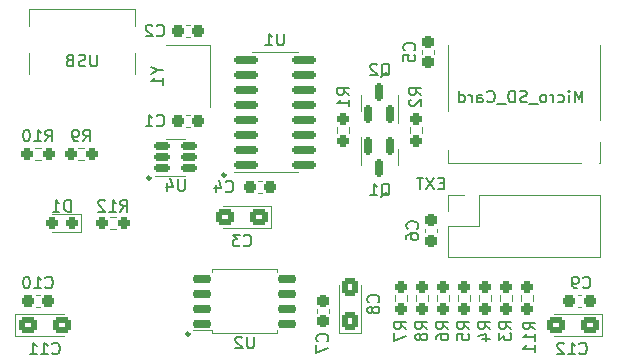
<source format=gbo>
%TF.GenerationSoftware,KiCad,Pcbnew,(6.0.7)*%
%TF.CreationDate,2023-03-31T21:15:27+02:00*%
%TF.ProjectId,airboy_cartridge,61697262-6f79-45f6-9361-727472696467,rev?*%
%TF.SameCoordinates,Original*%
%TF.FileFunction,Legend,Bot*%
%TF.FilePolarity,Positive*%
%FSLAX46Y46*%
G04 Gerber Fmt 4.6, Leading zero omitted, Abs format (unit mm)*
G04 Created by KiCad (PCBNEW (6.0.7)) date 2023-03-31 21:15:27*
%MOMM*%
%LPD*%
G01*
G04 APERTURE LIST*
G04 Aperture macros list*
%AMRoundRect*
0 Rectangle with rounded corners*
0 $1 Rounding radius*
0 $2 $3 $4 $5 $6 $7 $8 $9 X,Y pos of 4 corners*
0 Add a 4 corners polygon primitive as box body*
4,1,4,$2,$3,$4,$5,$6,$7,$8,$9,$2,$3,0*
0 Add four circle primitives for the rounded corners*
1,1,$1+$1,$2,$3*
1,1,$1+$1,$4,$5*
1,1,$1+$1,$6,$7*
1,1,$1+$1,$8,$9*
0 Add four rect primitives between the rounded corners*
20,1,$1+$1,$2,$3,$4,$5,0*
20,1,$1+$1,$4,$5,$6,$7,0*
20,1,$1+$1,$6,$7,$8,$9,0*
20,1,$1+$1,$8,$9,$2,$3,0*%
G04 Aperture macros list end*
%ADD10C,0.275000*%
%ADD11C,0.150000*%
%ADD12C,0.120000*%
%ADD13RoundRect,0.250000X0.425000X-0.537500X0.425000X0.537500X-0.425000X0.537500X-0.425000X-0.537500X0*%
%ADD14C,0.600000*%
%ADD15R,0.600000X1.160000*%
%ADD16R,0.300000X1.160000*%
%ADD17O,0.900000X1.700000*%
%ADD18O,0.900000X2.000000*%
%ADD19RoundRect,0.150000X-0.150000X0.587500X-0.150000X-0.587500X0.150000X-0.587500X0.150000X0.587500X0*%
%ADD20RoundRect,0.237500X0.300000X0.237500X-0.300000X0.237500X-0.300000X-0.237500X0.300000X-0.237500X0*%
%ADD21R,1.300000X1.600000*%
%ADD22RoundRect,0.237500X0.237500X-0.250000X0.237500X0.250000X-0.237500X0.250000X-0.237500X-0.250000X0*%
%ADD23RoundRect,0.237500X-0.250000X-0.237500X0.250000X-0.237500X0.250000X0.237500X-0.250000X0.237500X0*%
%ADD24RoundRect,0.237500X-0.300000X-0.237500X0.300000X-0.237500X0.300000X0.237500X-0.300000X0.237500X0*%
%ADD25RoundRect,0.150000X-0.650000X-0.150000X0.650000X-0.150000X0.650000X0.150000X-0.650000X0.150000X0*%
%ADD26RoundRect,0.250000X0.537500X0.425000X-0.537500X0.425000X-0.537500X-0.425000X0.537500X-0.425000X0*%
%ADD27R,1.700000X1.700000*%
%ADD28O,1.700000X1.700000*%
%ADD29R,0.700000X1.750000*%
%ADD30R,1.450000X1.000000*%
%ADD31R,1.000000X1.550000*%
%ADD32R,0.800000X1.500000*%
%ADD33R,1.300000X1.500000*%
%ADD34R,1.500000X1.500000*%
%ADD35R,0.800000X1.400000*%
%ADD36C,5.400000*%
%ADD37RoundRect,0.150000X-0.512500X-0.150000X0.512500X-0.150000X0.512500X0.150000X-0.512500X0.150000X0*%
%ADD38RoundRect,0.237500X0.237500X-0.300000X0.237500X0.300000X-0.237500X0.300000X-0.237500X-0.300000X0*%
%ADD39RoundRect,0.237500X0.250000X0.237500X-0.250000X0.237500X-0.250000X-0.237500X0.250000X-0.237500X0*%
%ADD40RoundRect,0.150000X-0.825000X-0.150000X0.825000X-0.150000X0.825000X0.150000X-0.825000X0.150000X0*%
%ADD41RoundRect,0.250000X-0.537500X-0.425000X0.537500X-0.425000X0.537500X0.425000X-0.537500X0.425000X0*%
%ADD42RoundRect,0.237500X-0.237500X0.250000X-0.237500X-0.250000X0.237500X-0.250000X0.237500X0.250000X0*%
%ADD43RoundRect,0.150000X0.150000X-0.587500X0.150000X0.587500X-0.150000X0.587500X-0.150000X-0.587500X0*%
%ADD44RoundRect,0.237500X0.287500X0.237500X-0.287500X0.237500X-0.287500X-0.237500X0.287500X-0.237500X0*%
G04 APERTURE END LIST*
D10*
X139583500Y-113030000D02*
G75*
G03*
X139583500Y-113030000I-137500J0D01*
G01*
X142631500Y-99568000D02*
G75*
G03*
X142631500Y-99568000I-137500J0D01*
G01*
X136281500Y-99822000D02*
G75*
G03*
X136281500Y-99822000I-137500J0D01*
G01*
D11*
%TO.C,C8*%
X155551142Y-110323333D02*
X155598761Y-110275714D01*
X155646380Y-110132857D01*
X155646380Y-110037619D01*
X155598761Y-109894761D01*
X155503523Y-109799523D01*
X155408285Y-109751904D01*
X155217809Y-109704285D01*
X155074952Y-109704285D01*
X154884476Y-109751904D01*
X154789238Y-109799523D01*
X154694000Y-109894761D01*
X154646380Y-110037619D01*
X154646380Y-110132857D01*
X154694000Y-110275714D01*
X154741619Y-110323333D01*
X155074952Y-110894761D02*
X155027333Y-110799523D01*
X154979714Y-110751904D01*
X154884476Y-110704285D01*
X154836857Y-110704285D01*
X154741619Y-110751904D01*
X154694000Y-110799523D01*
X154646380Y-110894761D01*
X154646380Y-111085238D01*
X154694000Y-111180476D01*
X154741619Y-111228095D01*
X154836857Y-111275714D01*
X154884476Y-111275714D01*
X154979714Y-111228095D01*
X155027333Y-111180476D01*
X155074952Y-111085238D01*
X155074952Y-110894761D01*
X155122571Y-110799523D01*
X155170190Y-110751904D01*
X155265428Y-110704285D01*
X155455904Y-110704285D01*
X155551142Y-110751904D01*
X155598761Y-110799523D01*
X155646380Y-110894761D01*
X155646380Y-111085238D01*
X155598761Y-111180476D01*
X155551142Y-111228095D01*
X155455904Y-111275714D01*
X155265428Y-111275714D01*
X155170190Y-111228095D01*
X155122571Y-111180476D01*
X155074952Y-111085238D01*
%TO.C,J1*%
X131761904Y-89368380D02*
X131761904Y-90177904D01*
X131714285Y-90273142D01*
X131666666Y-90320761D01*
X131571428Y-90368380D01*
X131380952Y-90368380D01*
X131285714Y-90320761D01*
X131238095Y-90273142D01*
X131190476Y-90177904D01*
X131190476Y-89368380D01*
X130761904Y-90320761D02*
X130619047Y-90368380D01*
X130380952Y-90368380D01*
X130285714Y-90320761D01*
X130238095Y-90273142D01*
X130190476Y-90177904D01*
X130190476Y-90082666D01*
X130238095Y-89987428D01*
X130285714Y-89939809D01*
X130380952Y-89892190D01*
X130571428Y-89844571D01*
X130666666Y-89796952D01*
X130714285Y-89749333D01*
X130761904Y-89654095D01*
X130761904Y-89558857D01*
X130714285Y-89463619D01*
X130666666Y-89416000D01*
X130571428Y-89368380D01*
X130333333Y-89368380D01*
X130190476Y-89416000D01*
X129428571Y-89844571D02*
X129285714Y-89892190D01*
X129238095Y-89939809D01*
X129190476Y-90035047D01*
X129190476Y-90177904D01*
X129238095Y-90273142D01*
X129285714Y-90320761D01*
X129380952Y-90368380D01*
X129761904Y-90368380D01*
X129761904Y-89368380D01*
X129428571Y-89368380D01*
X129333333Y-89416000D01*
X129285714Y-89463619D01*
X129238095Y-89558857D01*
X129238095Y-89654095D01*
X129285714Y-89749333D01*
X129333333Y-89796952D01*
X129428571Y-89844571D01*
X129761904Y-89844571D01*
%TO.C,Q1*%
X155797238Y-101385619D02*
X155892476Y-101338000D01*
X155987714Y-101242761D01*
X156130571Y-101099904D01*
X156225809Y-101052285D01*
X156321047Y-101052285D01*
X156273428Y-101290380D02*
X156368666Y-101242761D01*
X156463904Y-101147523D01*
X156511523Y-100957047D01*
X156511523Y-100623714D01*
X156463904Y-100433238D01*
X156368666Y-100338000D01*
X156273428Y-100290380D01*
X156082952Y-100290380D01*
X155987714Y-100338000D01*
X155892476Y-100433238D01*
X155844857Y-100623714D01*
X155844857Y-100957047D01*
X155892476Y-101147523D01*
X155987714Y-101242761D01*
X156082952Y-101290380D01*
X156273428Y-101290380D01*
X154892476Y-101290380D02*
X155463904Y-101290380D01*
X155178190Y-101290380D02*
X155178190Y-100290380D01*
X155273428Y-100433238D01*
X155368666Y-100528476D01*
X155463904Y-100576095D01*
%TO.C,C2*%
X136818666Y-87733142D02*
X136866285Y-87780761D01*
X137009142Y-87828380D01*
X137104380Y-87828380D01*
X137247238Y-87780761D01*
X137342476Y-87685523D01*
X137390095Y-87590285D01*
X137437714Y-87399809D01*
X137437714Y-87256952D01*
X137390095Y-87066476D01*
X137342476Y-86971238D01*
X137247238Y-86876000D01*
X137104380Y-86828380D01*
X137009142Y-86828380D01*
X136866285Y-86876000D01*
X136818666Y-86923619D01*
X136437714Y-86923619D02*
X136390095Y-86876000D01*
X136294857Y-86828380D01*
X136056761Y-86828380D01*
X135961523Y-86876000D01*
X135913904Y-86923619D01*
X135866285Y-87018857D01*
X135866285Y-87114095D01*
X135913904Y-87256952D01*
X136485333Y-87828380D01*
X135866285Y-87828380D01*
%TO.C,Y1*%
X136882190Y-90709809D02*
X137358380Y-90709809D01*
X136358380Y-90376476D02*
X136882190Y-90709809D01*
X136358380Y-91043142D01*
X137358380Y-91900285D02*
X137358380Y-91328857D01*
X137358380Y-91614571D02*
X136358380Y-91614571D01*
X136501238Y-91519333D01*
X136596476Y-91424095D01*
X136644095Y-91328857D01*
%TO.C,R11*%
X168854380Y-112641142D02*
X168378190Y-112307809D01*
X168854380Y-112069714D02*
X167854380Y-112069714D01*
X167854380Y-112450666D01*
X167902000Y-112545904D01*
X167949619Y-112593523D01*
X168044857Y-112641142D01*
X168187714Y-112641142D01*
X168282952Y-112593523D01*
X168330571Y-112545904D01*
X168378190Y-112450666D01*
X168378190Y-112069714D01*
X168854380Y-113593523D02*
X168854380Y-113022095D01*
X168854380Y-113307809D02*
X167854380Y-113307809D01*
X167997238Y-113212571D01*
X168092476Y-113117333D01*
X168140095Y-113022095D01*
X168854380Y-114545904D02*
X168854380Y-113974476D01*
X168854380Y-114260190D02*
X167854380Y-114260190D01*
X167997238Y-114164952D01*
X168092476Y-114069714D01*
X168140095Y-113974476D01*
%TO.C,R9*%
X130595666Y-96718380D02*
X130929000Y-96242190D01*
X131167095Y-96718380D02*
X131167095Y-95718380D01*
X130786142Y-95718380D01*
X130690904Y-95766000D01*
X130643285Y-95813619D01*
X130595666Y-95908857D01*
X130595666Y-96051714D01*
X130643285Y-96146952D01*
X130690904Y-96194571D01*
X130786142Y-96242190D01*
X131167095Y-96242190D01*
X130119476Y-96718380D02*
X129929000Y-96718380D01*
X129833761Y-96670761D01*
X129786142Y-96623142D01*
X129690904Y-96480285D01*
X129643285Y-96289809D01*
X129643285Y-95908857D01*
X129690904Y-95813619D01*
X129738523Y-95766000D01*
X129833761Y-95718380D01*
X130024238Y-95718380D01*
X130119476Y-95766000D01*
X130167095Y-95813619D01*
X130214714Y-95908857D01*
X130214714Y-96146952D01*
X130167095Y-96242190D01*
X130119476Y-96289809D01*
X130024238Y-96337428D01*
X129833761Y-96337428D01*
X129738523Y-96289809D01*
X129690904Y-96242190D01*
X129643285Y-96146952D01*
%TO.C,R7*%
X157932380Y-112609333D02*
X157456190Y-112276000D01*
X157932380Y-112037904D02*
X156932380Y-112037904D01*
X156932380Y-112418857D01*
X156980000Y-112514095D01*
X157027619Y-112561714D01*
X157122857Y-112609333D01*
X157265714Y-112609333D01*
X157360952Y-112561714D01*
X157408571Y-112514095D01*
X157456190Y-112418857D01*
X157456190Y-112037904D01*
X156932380Y-112942666D02*
X156932380Y-113609333D01*
X157932380Y-113180761D01*
%TO.C,C1*%
X136818666Y-95353142D02*
X136866285Y-95400761D01*
X137009142Y-95448380D01*
X137104380Y-95448380D01*
X137247238Y-95400761D01*
X137342476Y-95305523D01*
X137390095Y-95210285D01*
X137437714Y-95019809D01*
X137437714Y-94876952D01*
X137390095Y-94686476D01*
X137342476Y-94591238D01*
X137247238Y-94496000D01*
X137104380Y-94448380D01*
X137009142Y-94448380D01*
X136866285Y-94496000D01*
X136818666Y-94543619D01*
X135866285Y-95448380D02*
X136437714Y-95448380D01*
X136152000Y-95448380D02*
X136152000Y-94448380D01*
X136247238Y-94591238D01*
X136342476Y-94686476D01*
X136437714Y-94734095D01*
%TO.C,U2*%
X145033904Y-113248380D02*
X145033904Y-114057904D01*
X144986285Y-114153142D01*
X144938666Y-114200761D01*
X144843428Y-114248380D01*
X144652952Y-114248380D01*
X144557714Y-114200761D01*
X144510095Y-114153142D01*
X144462476Y-114057904D01*
X144462476Y-113248380D01*
X144033904Y-113343619D02*
X143986285Y-113296000D01*
X143891047Y-113248380D01*
X143652952Y-113248380D01*
X143557714Y-113296000D01*
X143510095Y-113343619D01*
X143462476Y-113438857D01*
X143462476Y-113534095D01*
X143510095Y-113676952D01*
X144081523Y-114248380D01*
X143462476Y-114248380D01*
%TO.C,C3*%
X144184666Y-105513142D02*
X144232285Y-105560761D01*
X144375142Y-105608380D01*
X144470380Y-105608380D01*
X144613238Y-105560761D01*
X144708476Y-105465523D01*
X144756095Y-105370285D01*
X144803714Y-105179809D01*
X144803714Y-105036952D01*
X144756095Y-104846476D01*
X144708476Y-104751238D01*
X144613238Y-104656000D01*
X144470380Y-104608380D01*
X144375142Y-104608380D01*
X144232285Y-104656000D01*
X144184666Y-104703619D01*
X143851333Y-104608380D02*
X143232285Y-104608380D01*
X143565619Y-104989333D01*
X143422761Y-104989333D01*
X143327523Y-105036952D01*
X143279904Y-105084571D01*
X143232285Y-105179809D01*
X143232285Y-105417904D01*
X143279904Y-105513142D01*
X143327523Y-105560761D01*
X143422761Y-105608380D01*
X143708476Y-105608380D01*
X143803714Y-105560761D01*
X143851333Y-105513142D01*
%TO.C,J3*%
X161091428Y-100258571D02*
X160758095Y-100258571D01*
X160615238Y-100782380D02*
X161091428Y-100782380D01*
X161091428Y-99782380D01*
X160615238Y-99782380D01*
X160281904Y-99782380D02*
X159615238Y-100782380D01*
X159615238Y-99782380D02*
X160281904Y-100782380D01*
X159377142Y-99782380D02*
X158805714Y-99782380D01*
X159091428Y-100782380D02*
X159091428Y-99782380D01*
%TO.C,R3*%
X166822380Y-112609333D02*
X166346190Y-112276000D01*
X166822380Y-112037904D02*
X165822380Y-112037904D01*
X165822380Y-112418857D01*
X165870000Y-112514095D01*
X165917619Y-112561714D01*
X166012857Y-112609333D01*
X166155714Y-112609333D01*
X166250952Y-112561714D01*
X166298571Y-112514095D01*
X166346190Y-112418857D01*
X166346190Y-112037904D01*
X165822380Y-112942666D02*
X165822380Y-113561714D01*
X166203333Y-113228380D01*
X166203333Y-113371238D01*
X166250952Y-113466476D01*
X166298571Y-113514095D01*
X166393809Y-113561714D01*
X166631904Y-113561714D01*
X166727142Y-113514095D01*
X166774761Y-113466476D01*
X166822380Y-113371238D01*
X166822380Y-113085523D01*
X166774761Y-112990285D01*
X166727142Y-112942666D01*
%TO.C,J2*%
X172854285Y-93416380D02*
X172854285Y-92416380D01*
X172520952Y-93130666D01*
X172187619Y-92416380D01*
X172187619Y-93416380D01*
X171711428Y-93416380D02*
X171711428Y-92749714D01*
X171711428Y-92416380D02*
X171759047Y-92464000D01*
X171711428Y-92511619D01*
X171663809Y-92464000D01*
X171711428Y-92416380D01*
X171711428Y-92511619D01*
X170806666Y-93368761D02*
X170901904Y-93416380D01*
X171092380Y-93416380D01*
X171187619Y-93368761D01*
X171235238Y-93321142D01*
X171282857Y-93225904D01*
X171282857Y-92940190D01*
X171235238Y-92844952D01*
X171187619Y-92797333D01*
X171092380Y-92749714D01*
X170901904Y-92749714D01*
X170806666Y-92797333D01*
X170378095Y-93416380D02*
X170378095Y-92749714D01*
X170378095Y-92940190D02*
X170330476Y-92844952D01*
X170282857Y-92797333D01*
X170187619Y-92749714D01*
X170092380Y-92749714D01*
X169616190Y-93416380D02*
X169711428Y-93368761D01*
X169759047Y-93321142D01*
X169806666Y-93225904D01*
X169806666Y-92940190D01*
X169759047Y-92844952D01*
X169711428Y-92797333D01*
X169616190Y-92749714D01*
X169473333Y-92749714D01*
X169378095Y-92797333D01*
X169330476Y-92844952D01*
X169282857Y-92940190D01*
X169282857Y-93225904D01*
X169330476Y-93321142D01*
X169378095Y-93368761D01*
X169473333Y-93416380D01*
X169616190Y-93416380D01*
X169092380Y-93511619D02*
X168330476Y-93511619D01*
X168140000Y-93368761D02*
X167997142Y-93416380D01*
X167759047Y-93416380D01*
X167663809Y-93368761D01*
X167616190Y-93321142D01*
X167568571Y-93225904D01*
X167568571Y-93130666D01*
X167616190Y-93035428D01*
X167663809Y-92987809D01*
X167759047Y-92940190D01*
X167949523Y-92892571D01*
X168044761Y-92844952D01*
X168092380Y-92797333D01*
X168140000Y-92702095D01*
X168140000Y-92606857D01*
X168092380Y-92511619D01*
X168044761Y-92464000D01*
X167949523Y-92416380D01*
X167711428Y-92416380D01*
X167568571Y-92464000D01*
X167140000Y-93416380D02*
X167140000Y-92416380D01*
X166901904Y-92416380D01*
X166759047Y-92464000D01*
X166663809Y-92559238D01*
X166616190Y-92654476D01*
X166568571Y-92844952D01*
X166568571Y-92987809D01*
X166616190Y-93178285D01*
X166663809Y-93273523D01*
X166759047Y-93368761D01*
X166901904Y-93416380D01*
X167140000Y-93416380D01*
X166378095Y-93511619D02*
X165616190Y-93511619D01*
X164806666Y-93321142D02*
X164854285Y-93368761D01*
X164997142Y-93416380D01*
X165092380Y-93416380D01*
X165235238Y-93368761D01*
X165330476Y-93273523D01*
X165378095Y-93178285D01*
X165425714Y-92987809D01*
X165425714Y-92844952D01*
X165378095Y-92654476D01*
X165330476Y-92559238D01*
X165235238Y-92464000D01*
X165092380Y-92416380D01*
X164997142Y-92416380D01*
X164854285Y-92464000D01*
X164806666Y-92511619D01*
X163949523Y-93416380D02*
X163949523Y-92892571D01*
X163997142Y-92797333D01*
X164092380Y-92749714D01*
X164282857Y-92749714D01*
X164378095Y-92797333D01*
X163949523Y-93368761D02*
X164044761Y-93416380D01*
X164282857Y-93416380D01*
X164378095Y-93368761D01*
X164425714Y-93273523D01*
X164425714Y-93178285D01*
X164378095Y-93083047D01*
X164282857Y-93035428D01*
X164044761Y-93035428D01*
X163949523Y-92987809D01*
X163473333Y-93416380D02*
X163473333Y-92749714D01*
X163473333Y-92940190D02*
X163425714Y-92844952D01*
X163378095Y-92797333D01*
X163282857Y-92749714D01*
X163187619Y-92749714D01*
X162425714Y-93416380D02*
X162425714Y-92416380D01*
X162425714Y-93368761D02*
X162520952Y-93416380D01*
X162711428Y-93416380D01*
X162806666Y-93368761D01*
X162854285Y-93321142D01*
X162901904Y-93225904D01*
X162901904Y-92940190D01*
X162854285Y-92844952D01*
X162806666Y-92797333D01*
X162711428Y-92749714D01*
X162520952Y-92749714D01*
X162425714Y-92797333D01*
%TO.C,R6*%
X161488380Y-112609333D02*
X161012190Y-112276000D01*
X161488380Y-112037904D02*
X160488380Y-112037904D01*
X160488380Y-112418857D01*
X160536000Y-112514095D01*
X160583619Y-112561714D01*
X160678857Y-112609333D01*
X160821714Y-112609333D01*
X160916952Y-112561714D01*
X160964571Y-112514095D01*
X161012190Y-112418857D01*
X161012190Y-112037904D01*
X160488380Y-113466476D02*
X160488380Y-113276000D01*
X160536000Y-113180761D01*
X160583619Y-113133142D01*
X160726476Y-113037904D01*
X160916952Y-112990285D01*
X161297904Y-112990285D01*
X161393142Y-113037904D01*
X161440761Y-113085523D01*
X161488380Y-113180761D01*
X161488380Y-113371238D01*
X161440761Y-113466476D01*
X161393142Y-113514095D01*
X161297904Y-113561714D01*
X161059809Y-113561714D01*
X160964571Y-113514095D01*
X160916952Y-113466476D01*
X160869333Y-113371238D01*
X160869333Y-113180761D01*
X160916952Y-113085523D01*
X160964571Y-113037904D01*
X161059809Y-112990285D01*
%TO.C,C9*%
X172905933Y-109069142D02*
X172953552Y-109116761D01*
X173096409Y-109164380D01*
X173191647Y-109164380D01*
X173334505Y-109116761D01*
X173429743Y-109021523D01*
X173477362Y-108926285D01*
X173524981Y-108735809D01*
X173524981Y-108592952D01*
X173477362Y-108402476D01*
X173429743Y-108307238D01*
X173334505Y-108212000D01*
X173191647Y-108164380D01*
X173096409Y-108164380D01*
X172953552Y-108212000D01*
X172905933Y-108259619D01*
X172429743Y-109164380D02*
X172239267Y-109164380D01*
X172144028Y-109116761D01*
X172096409Y-109069142D01*
X172001171Y-108926285D01*
X171953552Y-108735809D01*
X171953552Y-108354857D01*
X172001171Y-108259619D01*
X172048790Y-108212000D01*
X172144028Y-108164380D01*
X172334505Y-108164380D01*
X172429743Y-108212000D01*
X172477362Y-108259619D01*
X172524981Y-108354857D01*
X172524981Y-108592952D01*
X172477362Y-108688190D01*
X172429743Y-108735809D01*
X172334505Y-108783428D01*
X172144028Y-108783428D01*
X172048790Y-108735809D01*
X172001171Y-108688190D01*
X171953552Y-108592952D01*
%TO.C,U4*%
X139191904Y-99896380D02*
X139191904Y-100705904D01*
X139144285Y-100801142D01*
X139096666Y-100848761D01*
X139001428Y-100896380D01*
X138810952Y-100896380D01*
X138715714Y-100848761D01*
X138668095Y-100801142D01*
X138620476Y-100705904D01*
X138620476Y-99896380D01*
X137715714Y-100229714D02*
X137715714Y-100896380D01*
X137953809Y-99848761D02*
X138191904Y-100563047D01*
X137572857Y-100563047D01*
%TO.C,C10*%
X127388857Y-109069142D02*
X127436476Y-109116761D01*
X127579333Y-109164380D01*
X127674571Y-109164380D01*
X127817428Y-109116761D01*
X127912666Y-109021523D01*
X127960285Y-108926285D01*
X128007904Y-108735809D01*
X128007904Y-108592952D01*
X127960285Y-108402476D01*
X127912666Y-108307238D01*
X127817428Y-108212000D01*
X127674571Y-108164380D01*
X127579333Y-108164380D01*
X127436476Y-108212000D01*
X127388857Y-108259619D01*
X126436476Y-109164380D02*
X127007904Y-109164380D01*
X126722190Y-109164380D02*
X126722190Y-108164380D01*
X126817428Y-108307238D01*
X126912666Y-108402476D01*
X127007904Y-108450095D01*
X125817428Y-108164380D02*
X125722190Y-108164380D01*
X125626952Y-108212000D01*
X125579333Y-108259619D01*
X125531714Y-108354857D01*
X125484095Y-108545333D01*
X125484095Y-108783428D01*
X125531714Y-108973904D01*
X125579333Y-109069142D01*
X125626952Y-109116761D01*
X125722190Y-109164380D01*
X125817428Y-109164380D01*
X125912666Y-109116761D01*
X125960285Y-109069142D01*
X126007904Y-108973904D01*
X126055523Y-108783428D01*
X126055523Y-108545333D01*
X126007904Y-108354857D01*
X125960285Y-108259619D01*
X125912666Y-108212000D01*
X125817428Y-108164380D01*
%TO.C,C6*%
X158853142Y-104100333D02*
X158900761Y-104052714D01*
X158948380Y-103909857D01*
X158948380Y-103814619D01*
X158900761Y-103671761D01*
X158805523Y-103576523D01*
X158710285Y-103528904D01*
X158519809Y-103481285D01*
X158376952Y-103481285D01*
X158186476Y-103528904D01*
X158091238Y-103576523D01*
X157996000Y-103671761D01*
X157948380Y-103814619D01*
X157948380Y-103909857D01*
X157996000Y-104052714D01*
X158043619Y-104100333D01*
X157948380Y-104957476D02*
X157948380Y-104767000D01*
X157996000Y-104671761D01*
X158043619Y-104624142D01*
X158186476Y-104528904D01*
X158376952Y-104481285D01*
X158757904Y-104481285D01*
X158853142Y-104528904D01*
X158900761Y-104576523D01*
X158948380Y-104671761D01*
X158948380Y-104862238D01*
X158900761Y-104957476D01*
X158853142Y-105005095D01*
X158757904Y-105052714D01*
X158519809Y-105052714D01*
X158424571Y-105005095D01*
X158376952Y-104957476D01*
X158329333Y-104862238D01*
X158329333Y-104671761D01*
X158376952Y-104576523D01*
X158424571Y-104528904D01*
X158519809Y-104481285D01*
%TO.C,R10*%
X127388857Y-96718380D02*
X127722190Y-96242190D01*
X127960285Y-96718380D02*
X127960285Y-95718380D01*
X127579333Y-95718380D01*
X127484095Y-95766000D01*
X127436476Y-95813619D01*
X127388857Y-95908857D01*
X127388857Y-96051714D01*
X127436476Y-96146952D01*
X127484095Y-96194571D01*
X127579333Y-96242190D01*
X127960285Y-96242190D01*
X126436476Y-96718380D02*
X127007904Y-96718380D01*
X126722190Y-96718380D02*
X126722190Y-95718380D01*
X126817428Y-95861238D01*
X126912666Y-95956476D01*
X127007904Y-96004095D01*
X125817428Y-95718380D02*
X125722190Y-95718380D01*
X125626952Y-95766000D01*
X125579333Y-95813619D01*
X125531714Y-95908857D01*
X125484095Y-96099333D01*
X125484095Y-96337428D01*
X125531714Y-96527904D01*
X125579333Y-96623142D01*
X125626952Y-96670761D01*
X125722190Y-96718380D01*
X125817428Y-96718380D01*
X125912666Y-96670761D01*
X125960285Y-96623142D01*
X126007904Y-96527904D01*
X126055523Y-96337428D01*
X126055523Y-96099333D01*
X126007904Y-95908857D01*
X125960285Y-95813619D01*
X125912666Y-95766000D01*
X125817428Y-95718380D01*
%TO.C,U1*%
X147573904Y-87590380D02*
X147573904Y-88399904D01*
X147526285Y-88495142D01*
X147478666Y-88542761D01*
X147383428Y-88590380D01*
X147192952Y-88590380D01*
X147097714Y-88542761D01*
X147050095Y-88495142D01*
X147002476Y-88399904D01*
X147002476Y-87590380D01*
X146002476Y-88590380D02*
X146573904Y-88590380D01*
X146288190Y-88590380D02*
X146288190Y-87590380D01*
X146383428Y-87733238D01*
X146478666Y-87828476D01*
X146573904Y-87876095D01*
%TO.C,C4*%
X142660666Y-100941142D02*
X142708285Y-100988761D01*
X142851142Y-101036380D01*
X142946380Y-101036380D01*
X143089238Y-100988761D01*
X143184476Y-100893523D01*
X143232095Y-100798285D01*
X143279714Y-100607809D01*
X143279714Y-100464952D01*
X143232095Y-100274476D01*
X143184476Y-100179238D01*
X143089238Y-100084000D01*
X142946380Y-100036380D01*
X142851142Y-100036380D01*
X142708285Y-100084000D01*
X142660666Y-100131619D01*
X141803523Y-100369714D02*
X141803523Y-101036380D01*
X142041619Y-99988761D02*
X142279714Y-100703047D01*
X141660666Y-100703047D01*
%TO.C,C12*%
X172600857Y-114657142D02*
X172648476Y-114704761D01*
X172791333Y-114752380D01*
X172886571Y-114752380D01*
X173029428Y-114704761D01*
X173124666Y-114609523D01*
X173172285Y-114514285D01*
X173219904Y-114323809D01*
X173219904Y-114180952D01*
X173172285Y-113990476D01*
X173124666Y-113895238D01*
X173029428Y-113800000D01*
X172886571Y-113752380D01*
X172791333Y-113752380D01*
X172648476Y-113800000D01*
X172600857Y-113847619D01*
X171648476Y-114752380D02*
X172219904Y-114752380D01*
X171934190Y-114752380D02*
X171934190Y-113752380D01*
X172029428Y-113895238D01*
X172124666Y-113990476D01*
X172219904Y-114038095D01*
X171267523Y-113847619D02*
X171219904Y-113800000D01*
X171124666Y-113752380D01*
X170886571Y-113752380D01*
X170791333Y-113800000D01*
X170743714Y-113847619D01*
X170696095Y-113942857D01*
X170696095Y-114038095D01*
X170743714Y-114180952D01*
X171315142Y-114752380D01*
X170696095Y-114752380D01*
%TO.C,C11*%
X127973057Y-114657142D02*
X128020676Y-114704761D01*
X128163533Y-114752380D01*
X128258771Y-114752380D01*
X128401628Y-114704761D01*
X128496866Y-114609523D01*
X128544485Y-114514285D01*
X128592104Y-114323809D01*
X128592104Y-114180952D01*
X128544485Y-113990476D01*
X128496866Y-113895238D01*
X128401628Y-113800000D01*
X128258771Y-113752380D01*
X128163533Y-113752380D01*
X128020676Y-113800000D01*
X127973057Y-113847619D01*
X127020676Y-114752380D02*
X127592104Y-114752380D01*
X127306390Y-114752380D02*
X127306390Y-113752380D01*
X127401628Y-113895238D01*
X127496866Y-113990476D01*
X127592104Y-114038095D01*
X126068295Y-114752380D02*
X126639723Y-114752380D01*
X126354009Y-114752380D02*
X126354009Y-113752380D01*
X126449247Y-113895238D01*
X126544485Y-113990476D01*
X126639723Y-114038095D01*
%TO.C,R8*%
X159710380Y-112609333D02*
X159234190Y-112276000D01*
X159710380Y-112037904D02*
X158710380Y-112037904D01*
X158710380Y-112418857D01*
X158758000Y-112514095D01*
X158805619Y-112561714D01*
X158900857Y-112609333D01*
X159043714Y-112609333D01*
X159138952Y-112561714D01*
X159186571Y-112514095D01*
X159234190Y-112418857D01*
X159234190Y-112037904D01*
X159138952Y-113180761D02*
X159091333Y-113085523D01*
X159043714Y-113037904D01*
X158948476Y-112990285D01*
X158900857Y-112990285D01*
X158805619Y-113037904D01*
X158758000Y-113085523D01*
X158710380Y-113180761D01*
X158710380Y-113371238D01*
X158758000Y-113466476D01*
X158805619Y-113514095D01*
X158900857Y-113561714D01*
X158948476Y-113561714D01*
X159043714Y-113514095D01*
X159091333Y-113466476D01*
X159138952Y-113371238D01*
X159138952Y-113180761D01*
X159186571Y-113085523D01*
X159234190Y-113037904D01*
X159329428Y-112990285D01*
X159519904Y-112990285D01*
X159615142Y-113037904D01*
X159662761Y-113085523D01*
X159710380Y-113180761D01*
X159710380Y-113371238D01*
X159662761Y-113466476D01*
X159615142Y-113514095D01*
X159519904Y-113561714D01*
X159329428Y-113561714D01*
X159234190Y-113514095D01*
X159186571Y-113466476D01*
X159138952Y-113371238D01*
%TO.C,R2*%
X159202380Y-92797333D02*
X158726190Y-92464000D01*
X159202380Y-92225904D02*
X158202380Y-92225904D01*
X158202380Y-92606857D01*
X158250000Y-92702095D01*
X158297619Y-92749714D01*
X158392857Y-92797333D01*
X158535714Y-92797333D01*
X158630952Y-92749714D01*
X158678571Y-92702095D01*
X158726190Y-92606857D01*
X158726190Y-92225904D01*
X158297619Y-93178285D02*
X158250000Y-93225904D01*
X158202380Y-93321142D01*
X158202380Y-93559238D01*
X158250000Y-93654476D01*
X158297619Y-93702095D01*
X158392857Y-93749714D01*
X158488095Y-93749714D01*
X158630952Y-93702095D01*
X159202380Y-93130666D01*
X159202380Y-93749714D01*
%TO.C,Q2*%
X155797238Y-91225619D02*
X155892476Y-91178000D01*
X155987714Y-91082761D01*
X156130571Y-90939904D01*
X156225809Y-90892285D01*
X156321047Y-90892285D01*
X156273428Y-91130380D02*
X156368666Y-91082761D01*
X156463904Y-90987523D01*
X156511523Y-90797047D01*
X156511523Y-90463714D01*
X156463904Y-90273238D01*
X156368666Y-90178000D01*
X156273428Y-90130380D01*
X156082952Y-90130380D01*
X155987714Y-90178000D01*
X155892476Y-90273238D01*
X155844857Y-90463714D01*
X155844857Y-90797047D01*
X155892476Y-90987523D01*
X155987714Y-91082761D01*
X156082952Y-91130380D01*
X156273428Y-91130380D01*
X155463904Y-90225619D02*
X155416285Y-90178000D01*
X155321047Y-90130380D01*
X155082952Y-90130380D01*
X154987714Y-90178000D01*
X154940095Y-90225619D01*
X154892476Y-90320857D01*
X154892476Y-90416095D01*
X154940095Y-90558952D01*
X155511523Y-91130380D01*
X154892476Y-91130380D01*
%TO.C,R12*%
X133738857Y-102654380D02*
X134072190Y-102178190D01*
X134310285Y-102654380D02*
X134310285Y-101654380D01*
X133929333Y-101654380D01*
X133834095Y-101702000D01*
X133786476Y-101749619D01*
X133738857Y-101844857D01*
X133738857Y-101987714D01*
X133786476Y-102082952D01*
X133834095Y-102130571D01*
X133929333Y-102178190D01*
X134310285Y-102178190D01*
X132786476Y-102654380D02*
X133357904Y-102654380D01*
X133072190Y-102654380D02*
X133072190Y-101654380D01*
X133167428Y-101797238D01*
X133262666Y-101892476D01*
X133357904Y-101940095D01*
X132405523Y-101749619D02*
X132357904Y-101702000D01*
X132262666Y-101654380D01*
X132024571Y-101654380D01*
X131929333Y-101702000D01*
X131881714Y-101749619D01*
X131834095Y-101844857D01*
X131834095Y-101940095D01*
X131881714Y-102082952D01*
X132453142Y-102654380D01*
X131834095Y-102654380D01*
%TO.C,C7*%
X151233142Y-113625333D02*
X151280761Y-113577714D01*
X151328380Y-113434857D01*
X151328380Y-113339619D01*
X151280761Y-113196761D01*
X151185523Y-113101523D01*
X151090285Y-113053904D01*
X150899809Y-113006285D01*
X150756952Y-113006285D01*
X150566476Y-113053904D01*
X150471238Y-113101523D01*
X150376000Y-113196761D01*
X150328380Y-113339619D01*
X150328380Y-113434857D01*
X150376000Y-113577714D01*
X150423619Y-113625333D01*
X150328380Y-113958666D02*
X150328380Y-114625333D01*
X151328380Y-114196761D01*
%TO.C,R1*%
X153106380Y-92797333D02*
X152630190Y-92464000D01*
X153106380Y-92225904D02*
X152106380Y-92225904D01*
X152106380Y-92606857D01*
X152154000Y-92702095D01*
X152201619Y-92749714D01*
X152296857Y-92797333D01*
X152439714Y-92797333D01*
X152534952Y-92749714D01*
X152582571Y-92702095D01*
X152630190Y-92606857D01*
X152630190Y-92225904D01*
X153106380Y-93749714D02*
X153106380Y-93178285D01*
X153106380Y-93464000D02*
X152106380Y-93464000D01*
X152249238Y-93368761D01*
X152344476Y-93273523D01*
X152392095Y-93178285D01*
%TO.C,C5*%
X158599142Y-88987333D02*
X158646761Y-88939714D01*
X158694380Y-88796857D01*
X158694380Y-88701619D01*
X158646761Y-88558761D01*
X158551523Y-88463523D01*
X158456285Y-88415904D01*
X158265809Y-88368285D01*
X158122952Y-88368285D01*
X157932476Y-88415904D01*
X157837238Y-88463523D01*
X157742000Y-88558761D01*
X157694380Y-88701619D01*
X157694380Y-88796857D01*
X157742000Y-88939714D01*
X157789619Y-88987333D01*
X157694380Y-89892095D02*
X157694380Y-89415904D01*
X158170571Y-89368285D01*
X158122952Y-89415904D01*
X158075333Y-89511142D01*
X158075333Y-89749238D01*
X158122952Y-89844476D01*
X158170571Y-89892095D01*
X158265809Y-89939714D01*
X158503904Y-89939714D01*
X158599142Y-89892095D01*
X158646761Y-89844476D01*
X158694380Y-89749238D01*
X158694380Y-89511142D01*
X158646761Y-89415904D01*
X158599142Y-89368285D01*
%TO.C,R4*%
X165044380Y-112609333D02*
X164568190Y-112276000D01*
X165044380Y-112037904D02*
X164044380Y-112037904D01*
X164044380Y-112418857D01*
X164092000Y-112514095D01*
X164139619Y-112561714D01*
X164234857Y-112609333D01*
X164377714Y-112609333D01*
X164472952Y-112561714D01*
X164520571Y-112514095D01*
X164568190Y-112418857D01*
X164568190Y-112037904D01*
X164377714Y-113466476D02*
X165044380Y-113466476D01*
X163996761Y-113228380D02*
X164711047Y-112990285D01*
X164711047Y-113609333D01*
%TO.C,D1*%
X129516095Y-102654380D02*
X129516095Y-101654380D01*
X129278000Y-101654380D01*
X129135142Y-101702000D01*
X129039904Y-101797238D01*
X128992285Y-101892476D01*
X128944666Y-102082952D01*
X128944666Y-102225809D01*
X128992285Y-102416285D01*
X129039904Y-102511523D01*
X129135142Y-102606761D01*
X129278000Y-102654380D01*
X129516095Y-102654380D01*
X127992285Y-102654380D02*
X128563714Y-102654380D01*
X128278000Y-102654380D02*
X128278000Y-101654380D01*
X128373238Y-101797238D01*
X128468476Y-101892476D01*
X128563714Y-101940095D01*
%TO.C,R5*%
X163266380Y-112609333D02*
X162790190Y-112276000D01*
X163266380Y-112037904D02*
X162266380Y-112037904D01*
X162266380Y-112418857D01*
X162314000Y-112514095D01*
X162361619Y-112561714D01*
X162456857Y-112609333D01*
X162599714Y-112609333D01*
X162694952Y-112561714D01*
X162742571Y-112514095D01*
X162790190Y-112418857D01*
X162790190Y-112037904D01*
X162266380Y-113514095D02*
X162266380Y-113037904D01*
X162742571Y-112990285D01*
X162694952Y-113037904D01*
X162647333Y-113133142D01*
X162647333Y-113371238D01*
X162694952Y-113466476D01*
X162742571Y-113514095D01*
X162837809Y-113561714D01*
X163075904Y-113561714D01*
X163171142Y-113514095D01*
X163218761Y-113466476D01*
X163266380Y-113371238D01*
X163266380Y-113133142D01*
X163218761Y-113037904D01*
X163171142Y-112990285D01*
D12*
%TO.C,C8*%
X152227000Y-112975000D02*
X152227000Y-108890000D01*
X154097000Y-108890000D02*
X154097000Y-112975000D01*
X154097000Y-112975000D02*
X152227000Y-112975000D01*
%TO.C,J1*%
X126030000Y-90995000D02*
X126030000Y-89195000D01*
X126030000Y-85485000D02*
X126030000Y-86945000D01*
X134970000Y-90995000D02*
X134970000Y-89195000D01*
X134970000Y-85485000D02*
X134970000Y-86945000D01*
X134970000Y-85485000D02*
X126030000Y-85485000D01*
%TO.C,Q1*%
X157196000Y-98044000D02*
X157196000Y-98694000D01*
X154076000Y-98044000D02*
X154076000Y-96369000D01*
X157196000Y-98044000D02*
X157196000Y-97394000D01*
X154076000Y-98044000D02*
X154076000Y-98694000D01*
%TO.C,C2*%
X139592267Y-86866000D02*
X139299733Y-86866000D01*
X139592267Y-87886000D02*
X139299733Y-87886000D01*
%TO.C,Y1*%
X141296000Y-88536000D02*
X141296000Y-93836000D01*
X137596000Y-88536000D02*
X141296000Y-88536000D01*
%TO.C,R11*%
X168670500Y-110236724D02*
X168670500Y-109727276D01*
X167625500Y-110236724D02*
X167625500Y-109727276D01*
%TO.C,R9*%
X130174276Y-97267500D02*
X130683724Y-97267500D01*
X130174276Y-98312500D02*
X130683724Y-98312500D01*
%TO.C,R7*%
X156957500Y-110236724D02*
X156957500Y-109727276D01*
X158002500Y-110236724D02*
X158002500Y-109727276D01*
%TO.C,C1*%
X139299733Y-94486000D02*
X139592267Y-94486000D01*
X139299733Y-95506000D02*
X139592267Y-95506000D01*
%TO.C,U2*%
X144272000Y-112961000D02*
X141522000Y-112961000D01*
X141522000Y-112961000D02*
X141522000Y-112701000D01*
X141522000Y-112701000D02*
X139872000Y-112701000D01*
X147022000Y-107511000D02*
X147022000Y-107771000D01*
X147022000Y-112961000D02*
X147022000Y-112701000D01*
X144272000Y-112961000D02*
X147022000Y-112961000D01*
X144272000Y-107511000D02*
X141522000Y-107511000D01*
X141522000Y-107511000D02*
X141522000Y-107771000D01*
X144272000Y-107511000D02*
X147022000Y-107511000D01*
%TO.C,C3*%
X146503000Y-104059000D02*
X142418000Y-104059000D01*
X146503000Y-102189000D02*
X146503000Y-104059000D01*
X142418000Y-102189000D02*
X146503000Y-102189000D01*
%TO.C,J3*%
X162835000Y-101295000D02*
X161505000Y-101295000D01*
X161505000Y-103895000D02*
X161505000Y-106495000D01*
X161505000Y-106495000D02*
X174325000Y-106495000D01*
X164105000Y-101295000D02*
X174325000Y-101295000D01*
X161505000Y-101295000D02*
X161505000Y-102625000D01*
X174325000Y-101295000D02*
X174325000Y-106495000D01*
X164105000Y-101295000D02*
X164105000Y-103895000D01*
X164105000Y-103895000D02*
X161505000Y-103895000D01*
%TO.C,R3*%
X166892500Y-110236724D02*
X166892500Y-109727276D01*
X165847500Y-110236724D02*
X165847500Y-109727276D01*
%TO.C,J2*%
X161465000Y-98585000D02*
X172725000Y-98585000D01*
X161465000Y-97425000D02*
X161465000Y-98585000D01*
X161465000Y-94175000D02*
X161465000Y-88575000D01*
X174335000Y-98585000D02*
X174335000Y-96775000D01*
X174335000Y-94875000D02*
X174335000Y-88575000D01*
X174225000Y-98585000D02*
X174335000Y-98585000D01*
%TO.C,R6*%
X161558500Y-110236724D02*
X161558500Y-109727276D01*
X160513500Y-110236724D02*
X160513500Y-109727276D01*
%TO.C,C9*%
X172446733Y-110746000D02*
X172739267Y-110746000D01*
X172446733Y-109726000D02*
X172739267Y-109726000D01*
%TO.C,U4*%
X138430000Y-96484000D02*
X137630000Y-96484000D01*
X138430000Y-99604000D02*
X136630000Y-99604000D01*
X138430000Y-96484000D02*
X139230000Y-96484000D01*
X138430000Y-99604000D02*
X139230000Y-99604000D01*
%TO.C,C10*%
X126892267Y-110746000D02*
X126599733Y-110746000D01*
X126892267Y-109726000D02*
X126599733Y-109726000D01*
%TO.C,C6*%
X160530000Y-104413267D02*
X160530000Y-104120733D01*
X159510000Y-104413267D02*
X159510000Y-104120733D01*
%TO.C,R10*%
X127000724Y-98312500D02*
X126491276Y-98312500D01*
X127000724Y-97267500D02*
X126491276Y-97267500D01*
%TO.C,U1*%
X146812000Y-99294000D02*
X148762000Y-99294000D01*
X146812000Y-89174000D02*
X144862000Y-89174000D01*
X146812000Y-99294000D02*
X143362000Y-99294000D01*
X146812000Y-89174000D02*
X148762000Y-89174000D01*
%TO.C,C4*%
X145688267Y-100074000D02*
X145395733Y-100074000D01*
X145688267Y-101094000D02*
X145395733Y-101094000D01*
%TO.C,C12*%
X170434200Y-111333000D02*
X174519200Y-111333000D01*
X174519200Y-111333000D02*
X174519200Y-113203000D01*
X174519200Y-113203000D02*
X170434200Y-113203000D01*
%TO.C,C11*%
X124845200Y-111333000D02*
X128930200Y-111333000D01*
X128930200Y-113203000D02*
X124845200Y-113203000D01*
X124845200Y-113203000D02*
X124845200Y-111333000D01*
%TO.C,R8*%
X158735500Y-110236724D02*
X158735500Y-109727276D01*
X159780500Y-110236724D02*
X159780500Y-109727276D01*
%TO.C,R2*%
X159272500Y-95503276D02*
X159272500Y-96012724D01*
X158227500Y-95503276D02*
X158227500Y-96012724D01*
%TO.C,Q2*%
X154076000Y-93472000D02*
X154076000Y-94122000D01*
X154076000Y-93472000D02*
X154076000Y-92822000D01*
X157196000Y-93472000D02*
X157196000Y-92822000D01*
X157196000Y-93472000D02*
X157196000Y-95147000D01*
%TO.C,R12*%
X133350724Y-103109500D02*
X132841276Y-103109500D01*
X133350724Y-104154500D02*
X132841276Y-104154500D01*
%TO.C,C7*%
X151386000Y-111220467D02*
X151386000Y-110927933D01*
X150366000Y-111220467D02*
X150366000Y-110927933D01*
%TO.C,R1*%
X152065500Y-95503276D02*
X152065500Y-96012724D01*
X153110500Y-95503276D02*
X153110500Y-96012724D01*
%TO.C,C5*%
X159256000Y-89300267D02*
X159256000Y-89007733D01*
X160276000Y-89300267D02*
X160276000Y-89007733D01*
%TO.C,R4*%
X165114500Y-110236724D02*
X165114500Y-109727276D01*
X164069500Y-110236724D02*
X164069500Y-109727276D01*
%TO.C,D1*%
X127978000Y-102897000D02*
X130438000Y-102897000D01*
X130438000Y-104367000D02*
X127978000Y-104367000D01*
X130438000Y-102897000D02*
X130438000Y-104367000D01*
%TO.C,R5*%
X163336500Y-110236724D02*
X163336500Y-109727276D01*
X162291500Y-110236724D02*
X162291500Y-109727276D01*
%TD*%
%LPC*%
%TO.C,J4*%
G36*
X176035000Y-122275000D02*
G01*
X123965000Y-122275000D01*
X123965000Y-115661600D01*
X176035000Y-115661600D01*
X176035000Y-122275000D01*
G37*
X176035000Y-122275000D02*
X123965000Y-122275000D01*
X123965000Y-115661600D01*
X176035000Y-115661600D01*
X176035000Y-122275000D01*
%TD*%
D13*
%TO.C,C8*%
X153162000Y-111927500D03*
X153162000Y-109052500D03*
%TD*%
D14*
%TO.C,J1*%
X127610000Y-91775000D03*
X133390000Y-91775000D03*
D15*
X127300000Y-92835000D03*
X128100000Y-92835000D03*
D16*
X129250000Y-92835000D03*
X130250000Y-92835000D03*
X130750000Y-92835000D03*
X131750000Y-92835000D03*
D15*
X132900000Y-92835000D03*
X133700000Y-92835000D03*
X133700000Y-92835000D03*
X132900000Y-92835000D03*
D16*
X132250000Y-92835000D03*
X131250000Y-92835000D03*
X129750000Y-92835000D03*
X128750000Y-92835000D03*
D15*
X128100000Y-92835000D03*
X127300000Y-92835000D03*
D17*
X126180000Y-88085000D03*
D18*
X126180000Y-92255000D03*
D17*
X134820000Y-88085000D03*
D18*
X134820000Y-92255000D03*
%TD*%
D19*
%TO.C,Q1*%
X154686000Y-97106500D03*
X156586000Y-97106500D03*
X155636000Y-98981500D03*
%TD*%
D20*
%TO.C,C2*%
X140308500Y-87376000D03*
X138583500Y-87376000D03*
%TD*%
D21*
%TO.C,Y1*%
X140446000Y-89536000D03*
X140446000Y-92836000D03*
X138446000Y-92836000D03*
X138446000Y-89536000D03*
%TD*%
D22*
%TO.C,R11*%
X168148000Y-110894500D03*
X168148000Y-109069500D03*
%TD*%
D23*
%TO.C,R9*%
X129516500Y-97790000D03*
X131341500Y-97790000D03*
%TD*%
D22*
%TO.C,R7*%
X157480000Y-110894500D03*
X157480000Y-109069500D03*
%TD*%
D24*
%TO.C,C1*%
X138583500Y-94996000D03*
X140308500Y-94996000D03*
%TD*%
D25*
%TO.C,U2*%
X140672000Y-112141000D03*
X140672000Y-110871000D03*
X140672000Y-109601000D03*
X140672000Y-108331000D03*
X147872000Y-108331000D03*
X147872000Y-109601000D03*
X147872000Y-110871000D03*
X147872000Y-112141000D03*
%TD*%
D26*
%TO.C,C3*%
X145455500Y-103124000D03*
X142580500Y-103124000D03*
%TD*%
D27*
%TO.C,J3*%
X162835000Y-102625000D03*
D28*
X162835000Y-105165000D03*
X165375000Y-102625000D03*
X165375000Y-105165000D03*
X167915000Y-102625000D03*
X167915000Y-105165000D03*
X170455000Y-102625000D03*
X170455000Y-105165000D03*
X172995000Y-102625000D03*
X172995000Y-105165000D03*
%TD*%
D22*
%TO.C,R3*%
X166370000Y-110894500D03*
X166370000Y-109069500D03*
%TD*%
D29*
%TO.C,J2*%
X171075000Y-87450000D03*
X169975000Y-87450000D03*
X168875000Y-87450000D03*
X167775000Y-87450000D03*
X166675000Y-87450000D03*
X165575000Y-87450000D03*
X164475000Y-87450000D03*
X163375000Y-87450000D03*
D30*
X162250000Y-96675000D03*
D31*
X173475000Y-98250000D03*
D32*
X161925000Y-95175000D03*
D33*
X162175000Y-87575000D03*
D34*
X173525000Y-87575000D03*
D35*
X173875000Y-95825000D03*
%TD*%
D22*
%TO.C,R6*%
X161036000Y-110894500D03*
X161036000Y-109069500D03*
%TD*%
D36*
%TO.C,H1*%
X150000000Y-104000000D03*
%TD*%
D24*
%TO.C,C9*%
X171730500Y-110236000D03*
X173455500Y-110236000D03*
%TD*%
D37*
%TO.C,U4*%
X137292500Y-98994000D03*
X137292500Y-98044000D03*
X137292500Y-97094000D03*
X139567500Y-97094000D03*
X139567500Y-98044000D03*
X139567500Y-98994000D03*
%TD*%
D20*
%TO.C,C10*%
X127608500Y-110236000D03*
X125883500Y-110236000D03*
%TD*%
D38*
%TO.C,C6*%
X160020000Y-105129500D03*
X160020000Y-103404500D03*
%TD*%
D39*
%TO.C,R10*%
X127658500Y-97790000D03*
X125833500Y-97790000D03*
%TD*%
D40*
%TO.C,U1*%
X144337000Y-98679000D03*
X144337000Y-97409000D03*
X144337000Y-96139000D03*
X144337000Y-94869000D03*
X144337000Y-93599000D03*
X144337000Y-92329000D03*
X144337000Y-91059000D03*
X144337000Y-89789000D03*
X149287000Y-89789000D03*
X149287000Y-91059000D03*
X149287000Y-92329000D03*
X149287000Y-93599000D03*
X149287000Y-94869000D03*
X149287000Y-96139000D03*
X149287000Y-97409000D03*
X149287000Y-98679000D03*
%TD*%
D20*
%TO.C,C4*%
X146404500Y-100584000D03*
X144679500Y-100584000D03*
%TD*%
D26*
%TO.C,C12*%
X173471700Y-112268000D03*
X170596700Y-112268000D03*
%TD*%
D41*
%TO.C,C11*%
X125892700Y-112268000D03*
X128767700Y-112268000D03*
%TD*%
D22*
%TO.C,R8*%
X159258000Y-110894500D03*
X159258000Y-109069500D03*
%TD*%
D42*
%TO.C,R2*%
X158750000Y-94845500D03*
X158750000Y-96670500D03*
%TD*%
D43*
%TO.C,Q2*%
X156586000Y-94409500D03*
X154686000Y-94409500D03*
X155636000Y-92534500D03*
%TD*%
D39*
%TO.C,R12*%
X134008500Y-103632000D03*
X132183500Y-103632000D03*
%TD*%
D38*
%TO.C,C7*%
X150876000Y-111936700D03*
X150876000Y-110211700D03*
%TD*%
D42*
%TO.C,R1*%
X152588000Y-94845500D03*
X152588000Y-96670500D03*
%TD*%
D38*
%TO.C,C5*%
X159766000Y-90016500D03*
X159766000Y-88291500D03*
%TD*%
D22*
%TO.C,R4*%
X164592000Y-110894500D03*
X164592000Y-109069500D03*
%TD*%
D44*
%TO.C,D1*%
X129653000Y-103632000D03*
X127903000Y-103632000D03*
%TD*%
D22*
%TO.C,R5*%
X162814000Y-110894500D03*
X162814000Y-109069500D03*
%TD*%
M02*

</source>
